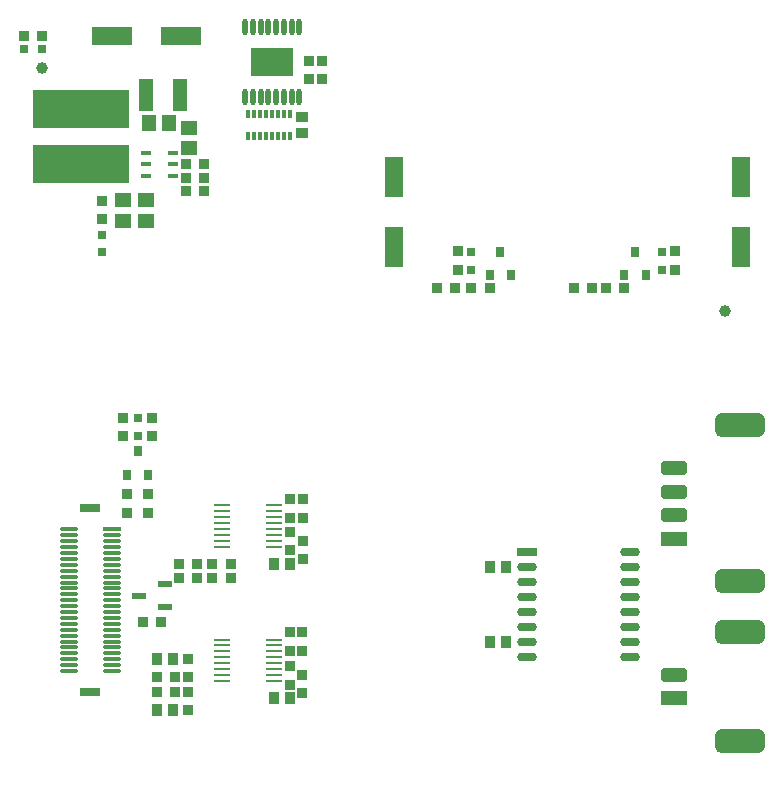
<source format=gtp>
G04*
G04 #@! TF.GenerationSoftware,Altium Limited,Altium Designer,19.1.8 (144)*
G04*
G04 Layer_Color=8421504*
%FSLAX25Y25*%
%MOIN*%
G70*
G01*
G75*
%ADD17C,0.03937*%
%ADD18R,0.03347X0.03347*%
%ADD19R,0.04528X0.02362*%
%ADD20R,0.03150X0.03150*%
%ADD21O,0.06693X0.02992*%
%ADD22R,0.03150X0.03543*%
%ADD23R,0.03347X0.03347*%
%ADD24R,0.06102X0.13583*%
%ADD25R,0.01400X0.03000*%
%ADD26R,0.03937X0.03543*%
%ADD27O,0.01772X0.05512*%
%ADD28R,0.13976X0.09685*%
%ADD29R,0.06693X0.02992*%
%ADD30R,0.03543X0.03937*%
%ADD31R,0.05456X0.00943*%
%ADD32O,0.05456X0.00943*%
G04:AMPARAMS|DCode=33|XSize=78.74mil|YSize=165.35mil|CornerRadius=19.68mil|HoleSize=0mil|Usage=FLASHONLY|Rotation=90.000|XOffset=0mil|YOffset=0mil|HoleType=Round|Shape=RoundedRectangle|*
%AMROUNDEDRECTD33*
21,1,0.07874,0.12598,0,0,90.0*
21,1,0.03937,0.16535,0,0,90.0*
1,1,0.03937,0.06299,0.01968*
1,1,0.03937,0.06299,-0.01968*
1,1,0.03937,-0.06299,-0.01968*
1,1,0.03937,-0.06299,0.01968*
%
%ADD33ROUNDEDRECTD33*%
G04:AMPARAMS|DCode=34|XSize=47.24mil|YSize=86.61mil|CornerRadius=11.81mil|HoleSize=0mil|Usage=FLASHONLY|Rotation=90.000|XOffset=0mil|YOffset=0mil|HoleType=Round|Shape=RoundedRectangle|*
%AMROUNDEDRECTD34*
21,1,0.04724,0.06299,0,0,90.0*
21,1,0.02362,0.08661,0,0,90.0*
1,1,0.02362,0.03150,0.01181*
1,1,0.02362,0.03150,-0.01181*
1,1,0.02362,-0.03150,-0.01181*
1,1,0.02362,-0.03150,0.01181*
%
%ADD34ROUNDEDRECTD34*%
%ADD35R,0.08661X0.04724*%
%ADD36R,0.03150X0.03150*%
%ADD37R,0.05512X0.04528*%
%ADD38R,0.03347X0.01378*%
%ADD39R,0.13583X0.06102*%
%ADD40R,0.05118X0.10630*%
%ADD41R,0.04528X0.05512*%
%ADD42R,0.32284X0.12992*%
%ADD43R,0.07087X0.03150*%
%ADD44R,0.06299X0.01181*%
%ADD45O,0.06299X0.01181*%
D17*
X233241Y155442D02*
D03*
X5512Y236614D02*
D03*
D18*
X39075Y51968D02*
D03*
X45177D02*
D03*
X5512Y247244D02*
D03*
X-591D02*
D03*
X137106Y162992D02*
D03*
X143209D02*
D03*
X154724D02*
D03*
X148622D02*
D03*
X62323Y66535D02*
D03*
X68425D02*
D03*
X51220D02*
D03*
X57322D02*
D03*
X62323Y71063D02*
D03*
X68425D02*
D03*
X51220D02*
D03*
X57322D02*
D03*
X49803Y28507D02*
D03*
X43701D02*
D03*
X49803Y33465D02*
D03*
X43701D02*
D03*
X193504Y162992D02*
D03*
X199606D02*
D03*
X188780D02*
D03*
X182678D02*
D03*
X59646Y195570D02*
D03*
X53543D02*
D03*
Y199782D02*
D03*
X59646D02*
D03*
X53543Y204329D02*
D03*
X59646D02*
D03*
D19*
X37697Y60630D02*
D03*
X46555Y64370D02*
D03*
Y56890D02*
D03*
D20*
X25630Y175005D02*
D03*
Y180910D02*
D03*
X148425Y169291D02*
D03*
Y175197D02*
D03*
X37441Y113845D02*
D03*
Y119750D02*
D03*
X212205Y175197D02*
D03*
Y169291D02*
D03*
D21*
X201476Y49980D02*
D03*
Y74980D02*
D03*
X167028Y69980D02*
D03*
Y64980D02*
D03*
Y59980D02*
D03*
Y54980D02*
D03*
Y49980D02*
D03*
Y44980D02*
D03*
Y39980D02*
D03*
X201476Y69980D02*
D03*
Y64980D02*
D03*
Y59980D02*
D03*
Y54980D02*
D03*
Y44980D02*
D03*
Y39980D02*
D03*
D22*
X154724Y167323D02*
D03*
X161811D02*
D03*
X158268Y175197D02*
D03*
X37402Y108661D02*
D03*
X40945Y100787D02*
D03*
X33858D02*
D03*
X203150Y175197D02*
D03*
X206693Y167323D02*
D03*
X199606D02*
D03*
D23*
X42126Y119882D02*
D03*
Y113779D02*
D03*
X144105Y169291D02*
D03*
Y175394D02*
D03*
X94504Y238877D02*
D03*
Y232774D02*
D03*
X98975D02*
D03*
Y238877D02*
D03*
X92346Y92650D02*
D03*
Y86548D02*
D03*
X88049D02*
D03*
Y92650D02*
D03*
X92346Y72834D02*
D03*
Y78937D02*
D03*
X88049Y75708D02*
D03*
Y81811D02*
D03*
X92315Y48327D02*
D03*
Y42224D02*
D03*
X88018D02*
D03*
Y48327D02*
D03*
X92315Y28047D02*
D03*
Y34150D02*
D03*
X88018Y30925D02*
D03*
Y37027D02*
D03*
X54232Y22404D02*
D03*
Y28507D02*
D03*
Y39567D02*
D03*
Y33465D02*
D03*
X33858Y94390D02*
D03*
Y88287D02*
D03*
X40945D02*
D03*
Y94390D02*
D03*
X32672Y113702D02*
D03*
Y119804D02*
D03*
X216627Y175394D02*
D03*
Y169291D02*
D03*
X25591Y192119D02*
D03*
Y186016D02*
D03*
D24*
X122835Y176772D02*
D03*
Y200000D02*
D03*
X238583Y176772D02*
D03*
Y200000D02*
D03*
D25*
X74123Y213959D02*
D03*
X76122D02*
D03*
X78123D02*
D03*
X80123D02*
D03*
X82122D02*
D03*
X84123D02*
D03*
X86123D02*
D03*
X88122D02*
D03*
Y221259D02*
D03*
X86123D02*
D03*
X84123D02*
D03*
X82122D02*
D03*
X80123D02*
D03*
X78123D02*
D03*
X76122D02*
D03*
X74123D02*
D03*
D26*
X92146Y214758D02*
D03*
Y220073D02*
D03*
D27*
X73327Y226968D02*
D03*
X75886D02*
D03*
X78445D02*
D03*
X81004D02*
D03*
X83564D02*
D03*
X86123D02*
D03*
X88682D02*
D03*
X91241D02*
D03*
X73327Y250196D02*
D03*
X75886D02*
D03*
X78445D02*
D03*
X81004D02*
D03*
X83564D02*
D03*
X86123D02*
D03*
X88682D02*
D03*
X91241D02*
D03*
D28*
X82284Y238582D02*
D03*
D29*
X167028Y74980D02*
D03*
D30*
X154823Y69980D02*
D03*
X160138D02*
D03*
X154823Y44980D02*
D03*
X160138D02*
D03*
X82734Y71063D02*
D03*
X88049D02*
D03*
X82703Y26476D02*
D03*
X88018D02*
D03*
X49016Y22404D02*
D03*
X43701D02*
D03*
X49016Y39370D02*
D03*
X43701D02*
D03*
D31*
X65534Y90753D02*
D03*
X65503Y45970D02*
D03*
D32*
X65534Y88783D02*
D03*
Y86813D02*
D03*
Y84843D02*
D03*
Y82873D02*
D03*
Y80903D02*
D03*
Y78933D02*
D03*
Y76963D02*
D03*
X82734D02*
D03*
Y78933D02*
D03*
Y80903D02*
D03*
Y82873D02*
D03*
Y84843D02*
D03*
Y86813D02*
D03*
Y88783D02*
D03*
Y90753D02*
D03*
X65503Y44000D02*
D03*
Y42030D02*
D03*
Y40060D02*
D03*
Y38090D02*
D03*
Y36120D02*
D03*
Y34150D02*
D03*
Y32180D02*
D03*
X82703D02*
D03*
Y34150D02*
D03*
Y36120D02*
D03*
Y38090D02*
D03*
Y40060D02*
D03*
Y42030D02*
D03*
Y44000D02*
D03*
Y45970D02*
D03*
D33*
X238189Y117323D02*
D03*
Y65354D02*
D03*
Y48425D02*
D03*
Y12205D02*
D03*
D34*
X216220Y103150D02*
D03*
Y95276D02*
D03*
Y87402D02*
D03*
Y34252D02*
D03*
D35*
Y79527D02*
D03*
Y26378D02*
D03*
D36*
X5369Y242953D02*
D03*
X-537D02*
D03*
D37*
X54626Y216633D02*
D03*
Y209743D02*
D03*
X40256Y185623D02*
D03*
Y192512D02*
D03*
X32672Y185623D02*
D03*
Y192512D02*
D03*
D38*
X40256Y208069D02*
D03*
Y204329D02*
D03*
Y200589D02*
D03*
X49114D02*
D03*
Y204329D02*
D03*
Y208069D02*
D03*
D39*
X28740Y247243D02*
D03*
X51969D02*
D03*
D40*
X51673Y227558D02*
D03*
X40256D02*
D03*
D41*
X47933Y218109D02*
D03*
X41043D02*
D03*
D42*
X18588Y222833D02*
D03*
Y204329D02*
D03*
D43*
X21654Y28346D02*
D03*
Y89764D02*
D03*
D44*
X28740Y82677D02*
D03*
D45*
Y80708D02*
D03*
Y78740D02*
D03*
Y76771D02*
D03*
Y74803D02*
D03*
Y72834D02*
D03*
Y70866D02*
D03*
Y68897D02*
D03*
Y66929D02*
D03*
Y64960D02*
D03*
Y62992D02*
D03*
Y61023D02*
D03*
Y59055D02*
D03*
Y57086D02*
D03*
Y55118D02*
D03*
Y53149D02*
D03*
Y51181D02*
D03*
Y49213D02*
D03*
Y47244D02*
D03*
Y45276D02*
D03*
Y43307D02*
D03*
Y41339D02*
D03*
Y39370D02*
D03*
Y37402D02*
D03*
Y35433D02*
D03*
X14567D02*
D03*
Y37402D02*
D03*
Y39370D02*
D03*
Y41339D02*
D03*
Y43307D02*
D03*
Y45276D02*
D03*
Y47244D02*
D03*
Y49213D02*
D03*
Y51181D02*
D03*
Y53149D02*
D03*
Y55118D02*
D03*
Y57086D02*
D03*
Y59055D02*
D03*
Y61023D02*
D03*
Y62992D02*
D03*
Y64960D02*
D03*
Y66929D02*
D03*
Y68897D02*
D03*
Y70866D02*
D03*
Y72834D02*
D03*
Y74803D02*
D03*
Y76771D02*
D03*
Y78740D02*
D03*
Y80708D02*
D03*
Y82677D02*
D03*
M02*

</source>
